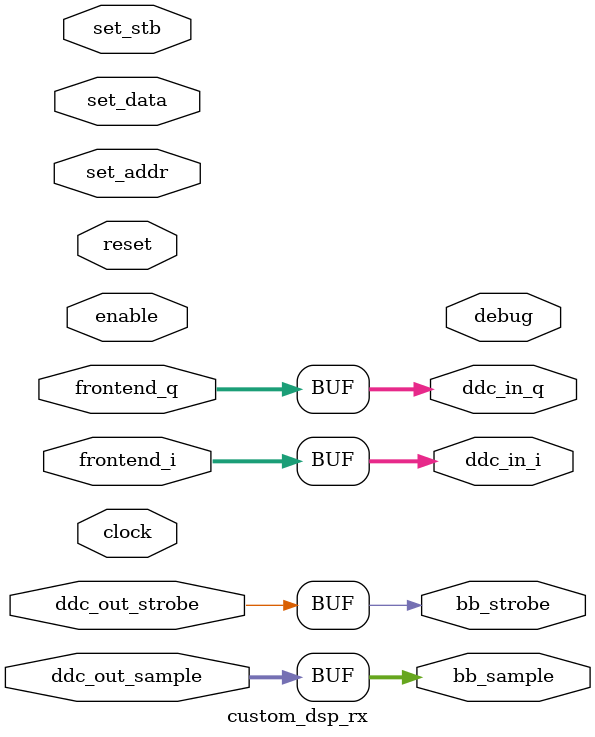
<source format=v>


//The following module effects the IO of the DDC chain.
//By default, this entire module is a simple pass-through.

//To implement DSP logic before the DDC:
//Implement custom DSP between frontend and ddc input.

//To implement DSP logic after the DDC:
//Implement custom DSP between ddc output and baseband.

//To bypass the DDC with custom logic:
//Implement custom DSP between frontend and baseband.

module custom_dsp_rx
#(
    parameter DSPNO = 0,
    parameter ADCW = 24
)
(
    //control signals
    input clock, input reset, input enable,

    //settings bus
    input set_stb, input [7:0] set_addr, input [31:0] set_data,

    //full rate inputs directly from the RX frontend
    input [ADCW-1:0] frontend_i,
    input [ADCW-1:0] frontend_q,

    //full rate outputs directly to the DDC chain
    output [ADCW-1:0] ddc_in_i,
    output [ADCW-1:0] ddc_in_q,

    //strobed samples {I16,Q16} from the RX DDC chain
    input [31:0] ddc_out_sample,
    input ddc_out_strobe, //high on valid sample

    //strobbed baseband samples {I16,Q16} from this module
    output [31:0] bb_sample,
    output bb_strobe, //high on valid sample

    //debug output (optional)
    output [31:0] debug
);

    generate
        if (DSPNO==0) begin
            `ifndef RX_DSP0_MODULE
            assign ddc_in_i = frontend_i;
            assign ddc_in_q = frontend_q;
            assign bb_sample = ddc_out_sample;
            assign bb_strobe = ddc_out_strobe;
            `else
            RX_DSP0_CUSTOM_MODULE_NAME rx_dsp0_custom
            (
                .clock(clock), .reset(reset), .enable(enable),
                .set_stb(set_stb), .set_addr(set_addr), .set_data(set_data),
                .frontend_i(frontend_i), .frontend_q(frontend_q),
                .ddc_in_i(ddc_in_i), .ddc_in_q(ddc_in_q),
                .ddc_out_sample(ddc_out_sample), .ddc_out_strobe(ddc_out_strobe),
                .bb_sample(bb_sample), .bb_strobe(bb_strobe)
            );
            `endif
        end
        if (DSPNO==1) begin
            `ifndef RX_DSP1_MODULE
            assign ddc_in_i = frontend_i;
            assign ddc_in_q = frontend_q;
            assign bb_sample = ddc_out_sample;
            assign bb_strobe = ddc_out_strobe;
            `else
            RX_DSP1_CUSTOM_MODULE_NAME rx_dsp1_custom
            (
                .clock(clock), .reset(reset), .enable(enable),
                .set_stb(set_stb), .set_addr(set_addr), .set_data(set_data),
                .frontend_i(frontend_i), .frontend_q(frontend_q),
                .ddc_in_i(ddc_in_i), .ddc_in_q(ddc_in_q),
                .ddc_out_sample(ddc_out_sample), .ddc_out_strobe(ddc_out_strobe),
                .bb_sample(bb_sample), .bb_strobe(bb_strobe)
            );
            `endif
        end
        if (DSPNO==2) begin
            `ifndef RX_DSP2_MODULE
            assign ddc_in_i = frontend_i;
            assign ddc_in_q = frontend_q;
            assign bb_sample = ddc_out_sample;
            assign bb_strobe = ddc_out_strobe;
            `else
            RX_DSP2_CUSTOM_MODULE_NAME rx_dsp2_custom
            (
                .clock(clock), .reset(reset), .enable(enable),
                .set_stb(set_stb), .set_addr(set_addr), .set_data(set_data),
                .frontend_i(frontend_i), .frontend_q(frontend_q),
                .ddc_in_i(ddc_in_i), .ddc_in_q(ddc_in_q),
                .ddc_out_sample(ddc_out_sample), .ddc_out_strobe(ddc_out_strobe),
                .bb_sample(bb_sample), .bb_strobe(bb_strobe)
            );
            `endif
        end
        else begin
            `ifndef RX_DSP3_MODULE
            assign ddc_in_i = frontend_i;
            assign ddc_in_q = frontend_q;
            assign bb_sample = ddc_out_sample;
            assign bb_strobe = ddc_out_strobe;
            `else
            RX_DSP3_CUSTOM_MODULE_NAME rx_dsp3_custom
            (
                .clock(clock), .reset(reset), .enable(enable),
                .set_stb(set_stb), .set_addr(set_addr), .set_data(set_data),
                .frontend_i(frontend_i), .frontend_q(frontend_q),
                .ddc_in_i(ddc_in_i), .ddc_in_q(ddc_in_q),
                .ddc_out_sample(ddc_out_sample), .ddc_out_strobe(ddc_out_strobe),
                .bb_sample(bb_sample), .bb_strobe(bb_strobe)
            );
            `endif
        end
    endgenerate

endmodule //custom_dsp_rx

</source>
